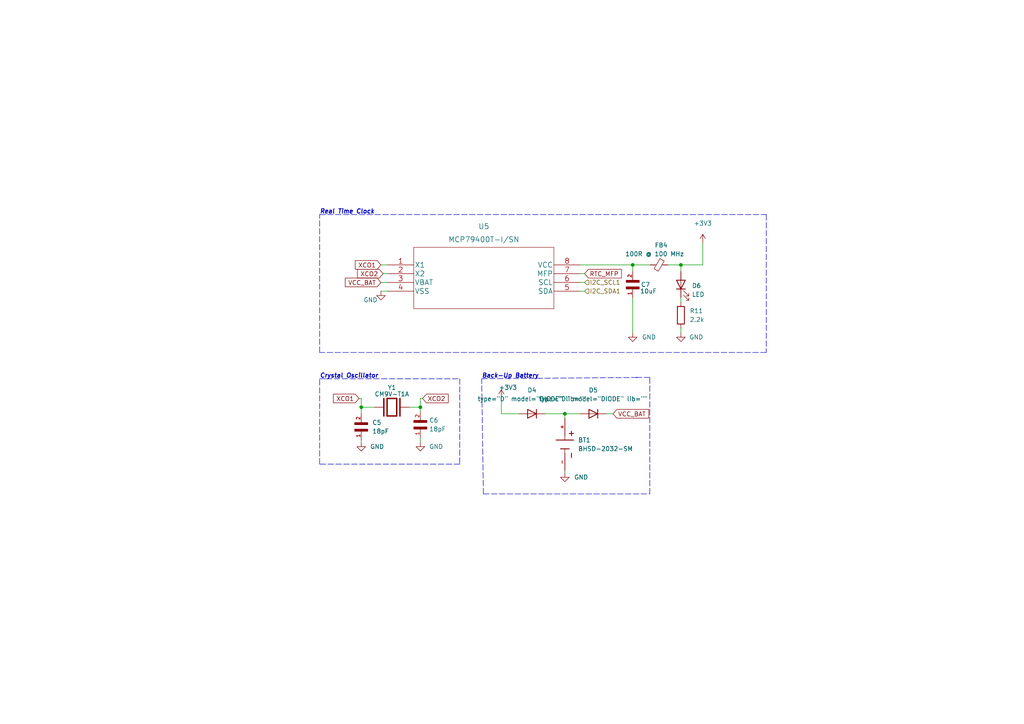
<source format=kicad_sch>
(kicad_sch (version 20211123) (generator eeschema)
  (paper "A4")
  (lib_symbols
    (symbol "CM9V-T1A-32.768KHZ-9PF-20PPM-TA-QC:CM9V-T1A-32.768KHZ-9PF-20PPM-TA-QC" (pin_numbers hide) (pin_names (offset 1.016) hide)
      (property "Reference" "Y" (at -5.08 3.81 0))
      (property "Value" "CM9V-T1A-32.768KHZ-9PF-20PPM-TA-QC" (at -5.1054 -5.1054 0))
      (symbol "CM9V-T1A-32.768KHZ-9PF-20PPM-TA-QC_0_0"
        (polyline (pts (xy -2.3368 2.54) (xy -2.3368 -2.54)) (stroke (width 0.4064)))
        (polyline (pts (xy -1.397 2.54) (xy -1.397 -2.54)) (stroke (width 0.4064)))
        (polyline (pts (xy -1.397 2.54) (xy 1.397 2.54)) (stroke (width 0.4064)))
        (polyline (pts (xy 1.397 -2.54) (xy -1.397 -2.54)) (stroke (width 0.4064)))
        (polyline (pts (xy 1.397 2.54) (xy 1.397 -2.54)) (stroke (width 0.4064)))
        (polyline (pts (xy 2.3368 2.54) (xy 2.3368 -2.54)) (stroke (width 0.4064)))
        (pin passive line (at -5.08 0 0) (length 2.54) (name "~") (number "1"))
        (pin passive line (at 5.08 0 180) (length 2.54) (name "~") (number "2"))
      )
    )
    (symbol "Daughterboard_Symbols:BVSD-2032-PC" (pin_names (offset 1.016) hide)
      (property "Reference" "BT" (at -3.81 3.81 0))
      (property "Value" "BVSD-2032-PC" (at -3.81 -5.08 0))
      (symbol "BVSD-2032-PC_0_0"
        (polyline (pts (xy -3.81 1.905) (xy -2.54 1.905)) (stroke (width 0.254)))
        (polyline (pts (xy -3.175 2.54) (xy -3.175 1.27)) (stroke (width 0.254)))
        (polyline (pts (xy -1.27 0) (xy -2.54 0)) (stroke (width 0.1524)))
        (polyline (pts (xy -1.27 0) (xy -1.27 -2.54)) (stroke (width 0.254)))
        (polyline (pts (xy -1.27 2.54) (xy -1.27 0)) (stroke (width 0.254)))
        (polyline (pts (xy 1.27 0) (xy 1.27 -1.27)) (stroke (width 0.254)))
        (polyline (pts (xy 1.27 0) (xy 2.54 0)) (stroke (width 0.1524)))
        (polyline (pts (xy 1.27 1.27) (xy 1.27 0)) (stroke (width 0.254)))
        (polyline (pts (xy 2.54 1.905) (xy 3.81 1.905)) (stroke (width 0.254)))
        (pin passive line (at -7.62 0 0) (length 5.08) (name "~") (number "+"))
        (pin passive line (at 7.62 0 180) (length 5.08) (name "~") (number "-"))
      )
    )
    (symbol "Daughterboard_Symbols:CL10B104KB8NNNL" (pin_names (offset 1.016) hide)
      (property "Reference" "C" (at 0 3.81 0))
      (property "Value" "CL10B104KB8NNNL" (at 0 -5.08 0))
      (symbol "CL10B104KB8NNNL_0_0"
        (rectangle (start 0 -1.905) (end 0.635 1.905) (fill (type outline)))
        (rectangle (start 1.905 -1.905) (end 2.54 1.905) (fill (type outline)))
        (pin passive line (at -2.54 0 0) (length 2.54) (name "~") (number "1"))
        (pin passive line (at 5.08 0 180) (length 2.54) (name "~") (number "2"))
      )
    )
    (symbol "Daughterboard_Symbols:MCP79400T-I{brace}slash}SN" (pin_names (offset 0.254))
      (property "Reference" "U" (at 27.94 10.16 0))
      (property "Value" "MCP79400T-I{brace}slash}SN" (at 27.94 7.62 0))
      (symbol "MCP79400T-I{brace}slash}SN_1_1"
        (polyline (pts (xy 7.62 -12.7) (xy 48.26 -12.7)) (stroke (width 0.127)))
        (polyline (pts (xy 7.62 5.08) (xy 7.62 -12.7)) (stroke (width 0.127)))
        (polyline (pts (xy 48.26 -12.7) (xy 48.26 5.08)) (stroke (width 0.127)))
        (polyline (pts (xy 48.26 5.08) (xy 7.62 5.08)) (stroke (width 0.127)))
        (pin input line (at 0 0 0) (length 7.62) (name "X1") (number "1"))
        (pin output line (at 0 -2.54 0) (length 7.62) (name "X2") (number "2"))
        (pin power_in line (at 0 -5.08 0) (length 7.62) (name "VBAT") (number "3"))
        (pin power_in line (at 0 -7.62 0) (length 7.62) (name "VSS") (number "4"))
        (pin bidirectional line (at 55.88 -7.62 180) (length 7.62) (name "SDA") (number "5"))
        (pin unspecified line (at 55.88 -5.08 180) (length 7.62) (name "SCL") (number "6"))
        (pin unspecified line (at 55.88 -2.54 180) (length 7.62) (name "MFP") (number "7"))
        (pin power_in line (at 55.88 0 180) (length 7.62) (name "VCC") (number "8"))
      )
    )
    (symbol "Device:FerriteBead_Small" (pin_numbers hide) (pin_names (offset 0))
      (property "Reference" "FB" (at 1.905 1.27 0))
      (property "Value" "FerriteBead_Small" (at 1.905 -1.27 0))
      (symbol "FerriteBead_Small_0_1"
        (polyline (pts (xy 0 -1.27) (xy 0 -0.7874)))
        (polyline (pts (xy 0 0.889) (xy 0 1.2954)))
        (polyline (pts (xy -1.8288 0.2794) (xy -1.1176 1.4986) (xy 1.8288 -0.2032) (xy 1.1176 -1.4224) (xy -1.8288 0.2794)))
      )
      (symbol "FerriteBead_Small_1_1"
        (pin passive line (at 0 2.54 270) (length 1.27) (name "~") (number "1"))
        (pin passive line (at 0 -2.54 90) (length 1.27) (name "~") (number "2"))
      )
    )
    (symbol "Device:LED" (pin_numbers hide) (pin_names (offset 1.016) hide)
      (property "Reference" "D" (at 0 2.54 0))
      (property "Value" "LED" (at 0 -2.54 0))
      (symbol "LED_0_1"
        (polyline (pts (xy -1.27 -1.27) (xy -1.27 1.27)) (stroke (width 0.254)))
        (polyline (pts (xy -1.27 0) (xy 1.27 0)))
        (polyline (pts (xy 1.27 -1.27) (xy 1.27 1.27) (xy -1.27 0) (xy 1.27 -1.27)) (stroke (width 0.254)))
        (polyline (pts (xy -3.048 -0.762) (xy -4.572 -2.286) (xy -3.81 -2.286) (xy -4.572 -2.286) (xy -4.572 -1.524)))
        (polyline (pts (xy -1.778 -0.762) (xy -3.302 -2.286) (xy -2.54 -2.286) (xy -3.302 -2.286) (xy -3.302 -1.524)))
      )
      (symbol "LED_1_1"
        (pin passive line (at -3.81 0 0) (length 2.54) (name "K") (number "1"))
        (pin passive line (at 3.81 0 180) (length 2.54) (name "A") (number "2"))
      )
    )
    (symbol "Device:R" (pin_numbers hide) (pin_names (offset 0))
      (property "Reference" "R" (at 2.032 0 90))
      (property "Value" "R" (at 0 0 90))
      (symbol "R_0_1"
        (rectangle (start -1.016 -2.54) (end 1.016 2.54) (stroke (width 0.254)))
      )
      (symbol "R_1_1"
        (pin passive line (at 0 3.81 270) (length 1.27) (name "~") (number "1"))
        (pin passive line (at 0 -3.81 90) (length 1.27) (name "~") (number "2"))
      )
    )
    (symbol "Simulation_SPICE:DIODE" (pin_numbers hide) (pin_names (offset 1.016) hide)
      (property "Reference" "D" (at 0 2.54 0))
      (property "Value" "DIODE" (at 0 -2.54 0))
      (symbol "DIODE_0_1"
        (polyline (pts (xy 1.27 0) (xy -1.27 0)))
        (polyline (pts (xy 1.27 1.27) (xy 1.27 -1.27)) (stroke (width 0.254)))
        (polyline (pts (xy -1.27 -1.27) (xy -1.27 1.27) (xy 1.27 0) (xy -1.27 -1.27)) (stroke (width 0.254)))
      )
      (symbol "DIODE_1_1"
        (pin passive line (at -3.81 0 0) (length 2.54) (name "A") (number "1"))
        (pin passive line (at 3.81 0 180) (length 2.54) (name "K") (number "2"))
      )
    )
    (symbol "power:+3V3" (power) (pin_names (offset 0))
      (property "Value" "+3V3" (at 0 3.556 0))
      (symbol "+3V3_0_1"
        (polyline (pts (xy -0.762 1.27) (xy 0 2.54)))
        (polyline (pts (xy 0 0) (xy 0 2.54)))
        (polyline (pts (xy 0 2.54) (xy 0.762 1.27)))
      )
      (symbol "+3V3_1_1"
        (pin power_in line (at 0 0 90) (length 0) hide (name "+3V3") (number "1"))
      )
    )
    (symbol "power:GND" (power) (pin_names (offset 0))
      (property "Value" "GND" (at 0 -3.81 0))
      (symbol "GND_0_1"
        (polyline (pts (xy 0 0) (xy 0 -1.27) (xy 1.27 -1.27) (xy 0 -2.54) (xy -1.27 -1.27) (xy 0 -1.27)))
      )
      (symbol "GND_1_1"
        (pin power_in line (at 0 0 270) (length 0) hide (name "GND") (number "1"))
      )
    )
  )
  (junction (at 104.775 118.11))
  (junction (at 163.83 120.015))
  (junction (at 121.92 118.11))
  (junction (at 183.515 76.835))
  (junction (at 197.485 76.835))
  (wire (pts (xy 183.515 76.835) (xy 188.595 76.835)))
  (wire (pts (xy 168.275 79.375) (xy 169.545 79.375)))
  (wire (pts (xy 104.14 115.57) (xy 104.775 115.57)))
  (wire (pts (xy 112.395 84.455) (xy 110.49 84.455)))
  (wire (pts (xy 168.275 84.455) (xy 169.545 84.455)))
  (wire (pts (xy 104.775 118.11) (xy 108.585 118.11)))
  (wire (pts (xy 121.92 115.57) (xy 121.92 118.11)))
  (wire (pts (xy 163.83 120.015) (xy 168.275 120.015)))
  (wire (pts (xy 163.83 136.525) (xy 163.83 137.16)))
  (wire (pts (xy 104.775 118.11) (xy 104.775 120.015)))
  (wire (pts (xy 118.745 118.11) (xy 121.92 118.11)))
  (wire (pts (xy 163.83 120.015) (xy 163.83 121.285)))
  (wire (pts (xy 110.49 81.915) (xy 112.395 81.915)))
  (wire (pts (xy 168.275 81.915) (xy 169.545 81.915)))
  (wire (pts (xy 197.485 95.25) (xy 197.485 96.52)))
  (wire (pts (xy 193.675 76.835) (xy 197.485 76.835)))
  (wire (pts (xy 111.125 79.375) (xy 112.395 79.375)))
  (polyline (pts (xy 140.208 143.256) (xy 139.7 109.855)))
  (wire (pts (xy 122.555 115.57) (xy 121.92 115.57)))
  (polyline (pts (xy 140.208 143.256) (xy 188.468 143.256)))
  (polyline (pts (xy 92.71 102.235) (xy 92.71 62.23)))
  (polyline (pts (xy 92.71 134.62) (xy 92.71 109.855)))
  (wire (pts (xy 121.92 118.11) (xy 121.92 119.38)))
  (polyline (pts (xy 222.25 102.235) (xy 92.71 102.235)))
  (polyline (pts (xy 133.35 109.855) (xy 133.35 134.62)))
  (wire (pts (xy 145.415 120.015) (xy 150.495 120.015)))
  (wire (pts (xy 203.835 76.835) (xy 197.485 76.835)))
  (wire (pts (xy 203.835 70.485) (xy 203.835 76.835)))
  (wire (pts (xy 110.49 76.835) (xy 112.395 76.835)))
  (wire (pts (xy 121.92 127) (xy 121.92 128.27)))
  (wire (pts (xy 177.8 120.015) (xy 175.895 120.015)))
  (polyline (pts (xy 94.615 109.855) (xy 133.35 109.855)))
  (polyline (pts (xy 188.468 109.474) (xy 184.15 109.474)))
  (polyline (pts (xy 222.25 62.23) (xy 222.25 102.235)))
  (wire (pts (xy 158.115 120.015) (xy 163.83 120.015)))
  (polyline (pts (xy 133.35 134.62) (xy 92.71 134.62)))
  (polyline (pts (xy 188.468 143.256) (xy 188.468 109.474)))
  (polyline (pts (xy 92.71 109.855) (xy 94.615 109.855)))
  (wire (pts (xy 197.485 86.36) (xy 197.485 87.63)))
  (wire (pts (xy 145.415 115.57) (xy 145.415 120.015)))
  (wire (pts (xy 104.775 127.635) (xy 104.775 128.27)))
  (wire (pts (xy 197.485 76.835) (xy 197.485 78.74)))
  (wire (pts (xy 183.515 76.835) (xy 183.515 78.74)))
  (polyline (pts (xy 139.7 109.855) (xy 185.166 109.474)))
  (polyline (pts (xy 92.71 62.23) (xy 222.25 62.23)))
  (wire (pts (xy 104.775 115.57) (xy 104.775 118.11)))
  (wire (pts (xy 168.275 76.835) (xy 183.515 76.835)))
  (wire (pts (xy 183.515 86.36) (xy 183.515 96.52)))
  (text "Back-Up Battery" (at 139.7 109.855 0) (effects (font (size 1.27 1.27) (thickness 0.254) bold italic) (justify left bottom)))
  (text "Crystal Oscillator" (at 92.71 109.855 0) (effects (font (size 1.27 1.27) (thickness 0.254) bold italic) (justify left bottom)))
  (text "Real Time Clock" (at 92.71 62.23 0) (effects (font (size 1.27 1.27) bold italic) (justify left bottom)))
  (global_label "RTC_MFP" (shape input) (at 169.545 79.375 0) (property "Intersheet References" "${INTERSHEET_REFS}" (effects hide)))
  (global_label "XCO1" (shape input) (at 110.49 76.835 180) (property "Intersheet References" "${INTERSHEET_REFS}" (effects hide)))
  (global_label "VCC_BAT" (shape input) (at 177.8 120.015 0) (property "Intersheet References" "${INTERSHEET_REFS}" (effects hide)))
  (global_label "XCO2" (shape input) (at 111.125 79.375 180) (property "Intersheet References" "${INTERSHEET_REFS}" (effects hide)))
  (global_label "VCC_BAT" (shape input) (at 110.49 81.915 180) (property "Intersheet References" "${INTERSHEET_REFS}" (effects hide)))
  (global_label "XCO2" (shape input) (at 122.555 115.57 0) (property "Intersheet References" "${INTERSHEET_REFS}" (effects hide)))
  (global_label "XCO1" (shape input) (at 104.14 115.57 180) (property "Intersheet References" "${INTERSHEET_REFS}" (effects hide)))
  (hierarchical_label "I2C_SCL1" (shape input) (at 169.545 81.915 0))
  (hierarchical_label "I2C_SDA1" (shape input) (at 169.545 84.455 0))
  (symbol (lib_id "Daughterboard_Symbols:CL10B104KB8NNNL") (at 104.775 125.095 90) (unit 1)
    (property "Reference" "C5" (at 107.95 122.5549 90) (effects (justify right)))
    (property "Value" "18pF" (at 107.95 125.0949 90) (effects (justify right)))
    (property "Footprint" "Capacitor_SMD:C_0603_1608Metric" (effects hide))
  )
  (symbol (lib_id "power:GND") (at 183.515 96.52 0) (unit 1)
    (property "Reference" "#PWR0144" (effects hide))
    (property "Value" "GND" (at 186.182 97.7899 0) (effects (justify left)))
  )
  (symbol (lib_id "power:GND") (at 110.49 84.455 0) (unit 1)
    (property "Reference" "#PWR0141" (effects hide))
    (property "Value" "GND" (at 105.41 86.995 0) (effects (justify left)))
  )
  (symbol (lib_id "Daughterboard_Symbols:BVSD-2032-PC") (at 163.83 128.905 270) (unit 1)
    (property "Reference" "BT1" (at 167.64 127.6349 90) (effects (justify left)))
    (property "Value" "BHSD-2032-SM" (at 167.64 130.1749 90) (effects (justify left)))
    (property "Footprint" "qset-footprints:BAT_BHSD-2032-SM" (effects hide))
    (property "MAXIMUM_PACKAGE_HEIGHT" "28.19 mm" (effects hide))
    (property "MANUFACTURER" "Memory Protection Devices, Inc." (effects hide))
    (property "STANDARD" "Manufacturer Recommendations" (effects hide))
    (property "PARTREV" "D" (effects hide))
  )
  (symbol (lib_id "power:+3V3") (at 203.835 70.485 0) (unit 1)
    (property "Reference" "#PWR0142" (effects hide))
    (property "Value" "+3V3" (at 203.835 64.77 0))
  )
  (symbol (lib_id "power:GND") (at 104.775 128.27 0) (unit 1)
    (property "Reference" "#PWR0145" (effects hide))
    (property "Value" "GND" (at 107.315 129.5399 0) (effects (justify left)))
  )
  (symbol (lib_id "Daughterboard_Symbols:MCP79400T-I{brace}slash}SN") (at 112.395 76.835 0) (unit 1)
    (property "Reference" "U5" (at 140.335 65.659 0) (effects (font (size 1.524 1.524))))
    (property "Value" "MCP79400T-I{slash}SN" (at 140.335 69.469 0) (effects (font (size 1.524 1.524))))
    (property "Footprint" "qset-footprints:MCP79400T-I&slash_SN" (effects hide))
  )
  (symbol (lib_id "power:GND") (at 197.485 96.52 0) (unit 1)
    (property "Reference" "#PWR0143" (effects hide))
    (property "Value" "GND" (at 199.898 97.7899 0) (effects (justify left)))
  )
  (symbol (lib_id "power:GND") (at 163.83 137.16 0) (unit 1)
    (property "Reference" "#PWR0147" (effects hide))
    (property "Value" "GND" (at 166.497 138.4299 0) (effects (justify left)))
  )
  (symbol (lib_id "Device:R") (at 197.485 91.44 0) (unit 1)
    (property "Reference" "R11" (at 200.025 90.1699 0) (effects (justify left)))
    (property "Value" "2.2k" (at 200.025 92.7099 0) (effects (justify left)))
    (property "Footprint" "Resistor_SMD:R_0603_1608Metric" (effects hide))
  )
  (symbol (lib_id "Daughterboard_Symbols:CL10B104KB8NNNL") (at 183.515 83.82 90) (unit 1)
    (property "Reference" "C7" (at 188.595 82.55 90) (effects (justify left)))
    (property "Value" "10uF" (at 190.5 84.455 90) (effects (justify left)))
    (property "Footprint" "Capacitor_SMD:C_0603_1608Metric" (effects hide))
  )
  (symbol (lib_id "Device:LED") (at 197.485 82.55 90) (unit 1)
    (property "Reference" "D6" (at 200.66 82.8674 90) (effects (justify right)))
    (property "Value" "LED" (at 200.66 85.4074 90) (effects (justify right)))
    (property "Footprint" "LED_SMD:LED_0603_1608Metric" (effects hide))
  )
  (symbol (lib_id "Simulation_SPICE:DIODE") (at 172.085 120.015 0) (unit 1)
    (property "Reference" "D5" (at 172.085 113.157 0))
    (property "Value" "DIODE" (at 172.085 115.697 0))
    (property "Footprint" "Diode_SMD:D_0603_1608Metric" (effects hide))
    (property "Spice_Netlist_Enabled" "Y" (effects hide))
    (property "Spice_Primitive" "D" (effects hide))
  )
  (symbol (lib_id "Device:FerriteBead_Small") (at 191.135 76.835 270) (unit 1)
    (property "Reference" "FB4" (at 191.77 71.12 90))
    (property "Value" "100R @ 100 MHz" (at 189.865 73.66 90))
    (property "Footprint" "Inductor_SMD:L_0603_1608Metric" (effects hide))
  )
  (symbol (lib_id "power:+3V3") (at 145.415 115.57 0) (unit 1)
    (property "Reference" "#PWR0136" (effects hide))
    (property "Value" "+3V3" (at 147.32 112.395 0))
  )
  (symbol (lib_id "power:GND") (at 121.92 128.27 0) (unit 1)
    (property "Reference" "#PWR0146" (effects hide))
    (property "Value" "GND" (at 124.46 129.5399 0) (effects (justify left)))
  )
  (symbol (lib_id "Simulation_SPICE:DIODE") (at 154.305 120.015 0) (unit 1)
    (property "Reference" "D4" (at 154.305 113.157 0))
    (property "Value" "DIODE" (at 154.305 115.697 0))
    (property "Footprint" "Diode_SMD:D_0603_1608Metric" (effects hide))
    (property "Spice_Netlist_Enabled" "Y" (effects hide))
    (property "Spice_Primitive" "D" (effects hide))
  )
  (symbol (lib_id "Daughterboard_Symbols:CL10B104KB8NNNL") (at 121.92 124.46 90) (unit 1)
    (property "Reference" "C6" (at 124.46 121.9199 90) (effects (justify right)))
    (property "Value" "18pF" (at 124.46 124.4599 90) (effects (justify right)))
    (property "Footprint" "Capacitor_SMD:C_0603_1608Metric" (effects hide))
  )
  (symbol (lib_id "CM9V-T1A-32.768KHZ-9PF-20PPM-TA-QC:CM9V-T1A-32.768KHZ-9PF-20PPM-TA-QC") (at 113.665 118.11 0) (unit 1)
    (property "Reference" "Y1" (at 113.665 112.395 0))
    (property "Value" "CM9V-T1A" (at 113.665 114.3 0))
    (property "Footprint" "qset-footprints:XTAL_CM9V-T1A-32.768KHZ-9PF-20PPM-TA-QC" (effects hide))
    (property "MANUFACTURER" "Micro Crystal" (effects hide))
    (property "PARTREV" "8.0/10.2016" (effects hide))
    (property "STANDARD" "Manufacturer Recommendations" (effects hide))
    (property "MAXIMUM_PACKAGE_HEIGHT" "0.5 mm" (effects hide))
  )
)
</source>
